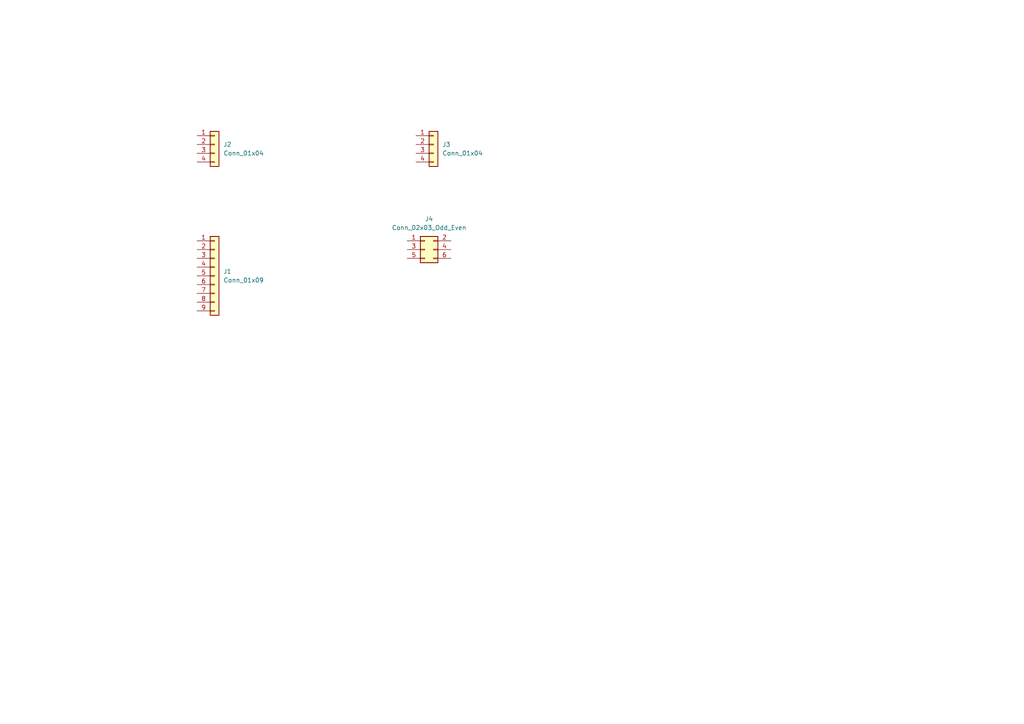
<source format=kicad_sch>
(kicad_sch (version 20250114) (generator "eeschema") (generator_version "9.0")
  (paper "A4")
  (lib_symbols
    (symbol "Connector_Generic:Conn_01x04" (pin_names (offset 1.016) (hide yes))
      (property "Reference" "J" (at 0 5.08 0))
      (property "Value" "Conn_01x04" (at 0 -7.62 0))
      (symbol "Conn_01x04_1_1"
        (rectangle (start -1.27 3.81) (end 1.27 -6.35) (stroke (width 0.254)) (fill (type background)))
        (rectangle (start -1.27 2.667) (end 0 2.413) (stroke (width 0.1524)))
        (rectangle (start -1.27 0.127) (end 0 -0.127) (stroke (width 0.1524)))
        (rectangle (start -1.27 -2.413) (end 0 -2.667) (stroke (width 0.1524)))
        (rectangle (start -1.27 -4.953) (end 0 -5.207) (stroke (width 0.1524)))
        (pin passive line (at -5.08 2.54 0) (length 3.81) (name "Pin_1") (number "1"))
        (pin passive line (at -5.08 0 0) (length 3.81) (name "Pin_2") (number "2"))
        (pin passive line (at -5.08 -2.54 0) (length 3.81) (name "Pin_3") (number "3"))
        (pin passive line (at -5.08 -5.08 0) (length 3.81) (name "Pin_4") (number "4"))
      )
    )
    (symbol "Connector_Generic:Conn_01x09" (pin_names (offset 1.016) (hide yes))
      (property "Reference" "J" (at 0 12.7 0))
      (property "Value" "Conn_01x09" (at 0 -12.7 0))
      (symbol "Conn_01x09_1_1"
        (rectangle (start -1.27 11.43) (end 1.27 -11.43) (stroke (width 0.254)) (fill (type background)))
        (rectangle (start -1.27 10.287) (end 0 10.033) (stroke (width 0.1524)))
        (rectangle (start -1.27 7.747) (end 0 7.493) (stroke (width 0.1524)))
        (rectangle (start -1.27 5.207) (end 0 4.953) (stroke (width 0.1524)))
        (rectangle (start -1.27 2.667) (end 0 2.413) (stroke (width 0.1524)))
        (rectangle (start -1.27 0.127) (end 0 -0.127) (stroke (width 0.1524)))
        (rectangle (start -1.27 -2.413) (end 0 -2.667) (stroke (width 0.1524)))
        (rectangle (start -1.27 -4.953) (end 0 -5.207) (stroke (width 0.1524)))
        (rectangle (start -1.27 -7.493) (end 0 -7.747) (stroke (width 0.1524)))
        (rectangle (start -1.27 -10.033) (end 0 -10.287) (stroke (width 0.1524)))
        (pin passive line (at -5.08 10.16 0) (length 3.81) (name "Pin_1") (number "1"))
        (pin passive line (at -5.08 7.62 0) (length 3.81) (name "Pin_2") (number "2"))
        (pin passive line (at -5.08 5.08 0) (length 3.81) (name "Pin_3") (number "3"))
        (pin passive line (at -5.08 2.54 0) (length 3.81) (name "Pin_4") (number "4"))
        (pin passive line (at -5.08 0 0) (length 3.81) (name "Pin_5") (number "5"))
        (pin passive line (at -5.08 -2.54 0) (length 3.81) (name "Pin_6") (number "6"))
        (pin passive line (at -5.08 -5.08 0) (length 3.81) (name "Pin_7") (number "7"))
        (pin passive line (at -5.08 -7.62 0) (length 3.81) (name "Pin_8") (number "8"))
        (pin passive line (at -5.08 -10.16 0) (length 3.81) (name "Pin_9") (number "9"))
      )
    )
    (symbol "Connector_Generic:Conn_02x03_Odd_Even" (pin_names (offset 1.016) (hide yes))
      (property "Reference" "J" (at 1.27 5.08 0))
      (property "Value" "Conn_02x03_Odd_Even" (at 1.27 -5.08 0))
      (symbol "Conn_02x03_Odd_Even_1_1"
        (rectangle (start -1.27 3.81) (end 3.81 -3.81) (stroke (width 0.254)) (fill (type background)))
        (rectangle (start -1.27 2.667) (end 0 2.413) (stroke (width 0.1524)))
        (rectangle (start -1.27 0.127) (end 0 -0.127) (stroke (width 0.1524)))
        (rectangle (start -1.27 -2.413) (end 0 -2.667) (stroke (width 0.1524)))
        (rectangle (start 3.81 2.667) (end 2.54 2.413) (stroke (width 0.1524)))
        (rectangle (start 3.81 0.127) (end 2.54 -0.127) (stroke (width 0.1524)))
        (rectangle (start 3.81 -2.413) (end 2.54 -2.667) (stroke (width 0.1524)))
        (pin passive line (at -5.08 2.54 0) (length 3.81) (name "Pin_1") (number "1"))
        (pin passive line (at -5.08 0 0) (length 3.81) (name "Pin_3") (number "3"))
        (pin passive line (at -5.08 -2.54 0) (length 3.81) (name "Pin_5") (number "5"))
        (pin passive line (at 7.62 2.54 180) (length 3.81) (name "Pin_2") (number "2"))
        (pin passive line (at 7.62 0 180) (length 3.81) (name "Pin_4") (number "4"))
        (pin passive line (at 7.62 -2.54 180) (length 3.81) (name "Pin_6") (number "6"))
      )
    )
  )
  (symbol (lib_id "Connector_Generic:Conn_01x09") (at 62.23 80.01 0) (unit 1)
    (property "Reference" "J1" (at 64.77 78.7399 0) (effects (justify left)))
    (property "Value" "Conn_01x09" (at 64.77 81.2799 0) (effects (justify left)))
    (property "Description" "Generic connector, single row, 01x09, script generated (kicad-library-utils/schlib/autogen/connector/)" (effects (hide yes)))
  )
  (symbol (lib_id "Connector_Generic:Conn_02x03_Odd_Even") (at 123.19 72.39 0) (unit 1)
    (property "Reference" "J4" (at 124.46 63.5 0))
    (property "Value" "Conn_02x03_Odd_Even" (at 124.46 66.04 0))
    (property "Description" "Generic connector, double row, 02x03, odd/even pin numbering scheme (row 1 odd numbers, row 2 even numbers), script generated (kicad-library-utils/schlib/autogen/connector/)" (effects (hide yes)))
  )
  (symbol (lib_id "Connector_Generic:Conn_01x04") (at 125.73 41.91 0) (unit 1)
    (property "Reference" "J3" (at 128.27 41.9099 0) (effects (justify left)))
    (property "Value" "Conn_01x04" (at 128.27 44.4499 0) (effects (justify left)))
    (property "Description" "Generic connector, single row, 01x04, script generated (kicad-library-utils/schlib/autogen/connector/)" (effects (hide yes)))
  )
  (symbol (lib_id "Connector_Generic:Conn_01x04") (at 62.23 41.91 0) (unit 1)
    (property "Reference" "J2" (at 64.77 41.9099 0) (effects (justify left)))
    (property "Value" "Conn_01x04" (at 64.77 44.4499 0) (effects (justify left)))
    (property "Description" "Generic connector, single row, 01x04, script generated (kicad-library-utils/schlib/autogen/connector/)" (effects (hide yes)))
  )
)
</source>
